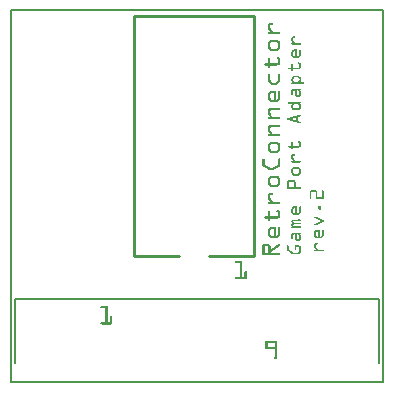
<source format=gto>
G04 MADE WITH FRITZING*
G04 WWW.FRITZING.ORG*
G04 DOUBLE SIDED*
G04 HOLES PLATED*
G04 CONTOUR ON CENTER OF CONTOUR VECTOR*
%ASAXBY*%
%FSLAX23Y23*%
%MOIN*%
%OFA0B0*%
%SFA1.0B1.0*%
%ADD10R,1.251190X1.248050X1.235190X1.232050*%
%ADD11C,0.008000*%
%ADD12C,0.010000*%
%ADD13R,0.001000X0.001000*%
%LNSILK1*%
G90*
G70*
G54D11*
X4Y1244D02*
X1247Y1244D01*
X1247Y4D01*
X4Y4D01*
X4Y1244D01*
D02*
X1232Y281D02*
X1232Y70D01*
D02*
X19Y281D02*
X19Y70D01*
D02*
X1232Y281D02*
X19Y281D01*
G54D12*
D02*
X817Y426D02*
X817Y1226D01*
D02*
X817Y1226D02*
X417Y1226D01*
D02*
X417Y1226D02*
X417Y426D01*
D02*
X817Y426D02*
X667Y426D01*
D02*
X567Y426D02*
X417Y426D01*
G54D13*
X869Y1202D02*
X876Y1202D01*
X867Y1201D02*
X877Y1201D01*
X866Y1200D02*
X877Y1200D01*
X865Y1199D02*
X878Y1199D01*
X864Y1198D02*
X877Y1198D01*
X863Y1197D02*
X877Y1197D01*
X863Y1196D02*
X876Y1196D01*
X862Y1195D02*
X872Y1195D01*
X862Y1194D02*
X869Y1194D01*
X862Y1193D02*
X869Y1193D01*
X862Y1192D02*
X868Y1192D01*
X862Y1191D02*
X868Y1191D01*
X862Y1190D02*
X868Y1190D01*
X862Y1189D02*
X868Y1189D01*
X862Y1188D02*
X868Y1188D01*
X862Y1187D02*
X868Y1187D01*
X862Y1186D02*
X869Y1186D01*
X862Y1185D02*
X869Y1185D01*
X862Y1184D02*
X870Y1184D01*
X862Y1183D02*
X871Y1183D01*
X863Y1182D02*
X872Y1182D01*
X864Y1181D02*
X872Y1181D01*
X864Y1180D02*
X873Y1180D01*
X865Y1179D02*
X874Y1179D01*
X866Y1178D02*
X875Y1178D01*
X867Y1177D02*
X876Y1177D01*
X868Y1176D02*
X877Y1176D01*
X868Y1175D02*
X877Y1175D01*
X869Y1174D02*
X878Y1174D01*
X865Y1173D02*
X900Y1173D01*
X863Y1172D02*
X902Y1172D01*
X862Y1171D02*
X903Y1171D01*
X862Y1170D02*
X903Y1170D01*
X862Y1169D02*
X903Y1169D01*
X862Y1168D02*
X903Y1168D01*
X863Y1167D02*
X902Y1167D01*
X864Y1166D02*
X901Y1166D01*
X945Y1157D02*
X951Y1157D01*
X943Y1156D02*
X951Y1156D01*
X942Y1155D02*
X952Y1155D01*
X941Y1154D02*
X952Y1154D01*
X941Y1153D02*
X951Y1153D01*
X940Y1152D02*
X949Y1152D01*
X940Y1151D02*
X945Y1151D01*
X940Y1150D02*
X945Y1150D01*
X940Y1149D02*
X945Y1149D01*
X940Y1148D02*
X945Y1148D01*
X940Y1147D02*
X945Y1147D01*
X940Y1146D02*
X945Y1146D01*
X870Y1145D02*
X894Y1145D01*
X940Y1145D02*
X945Y1145D01*
X869Y1144D02*
X896Y1144D01*
X940Y1144D02*
X945Y1144D01*
X868Y1143D02*
X897Y1143D01*
X940Y1143D02*
X946Y1143D01*
X867Y1142D02*
X898Y1142D01*
X941Y1142D02*
X947Y1142D01*
X866Y1141D02*
X899Y1141D01*
X941Y1141D02*
X948Y1141D01*
X865Y1140D02*
X900Y1140D01*
X942Y1140D02*
X949Y1140D01*
X864Y1139D02*
X901Y1139D01*
X943Y1139D02*
X949Y1139D01*
X864Y1138D02*
X873Y1138D01*
X892Y1138D02*
X901Y1138D01*
X944Y1138D02*
X950Y1138D01*
X863Y1137D02*
X872Y1137D01*
X893Y1137D02*
X902Y1137D01*
X944Y1137D02*
X951Y1137D01*
X863Y1136D02*
X871Y1136D01*
X894Y1136D02*
X902Y1136D01*
X945Y1136D02*
X952Y1136D01*
X862Y1135D02*
X870Y1135D01*
X895Y1135D02*
X903Y1135D01*
X943Y1135D02*
X968Y1135D01*
X862Y1134D02*
X869Y1134D01*
X896Y1134D02*
X903Y1134D01*
X940Y1134D02*
X971Y1134D01*
X862Y1133D02*
X869Y1133D01*
X896Y1133D02*
X903Y1133D01*
X940Y1133D02*
X971Y1133D01*
X862Y1132D02*
X868Y1132D01*
X896Y1132D02*
X903Y1132D01*
X940Y1132D02*
X971Y1132D01*
X862Y1131D02*
X868Y1131D01*
X897Y1131D02*
X903Y1131D01*
X940Y1131D02*
X971Y1131D01*
X862Y1130D02*
X868Y1130D01*
X897Y1130D02*
X903Y1130D01*
X941Y1130D02*
X970Y1130D01*
X862Y1129D02*
X868Y1129D01*
X897Y1129D02*
X903Y1129D01*
X862Y1128D02*
X868Y1128D01*
X897Y1128D02*
X903Y1128D01*
X862Y1127D02*
X868Y1127D01*
X897Y1127D02*
X903Y1127D01*
X862Y1126D02*
X868Y1126D01*
X897Y1126D02*
X903Y1126D01*
X862Y1125D02*
X868Y1125D01*
X897Y1125D02*
X903Y1125D01*
X862Y1124D02*
X868Y1124D01*
X897Y1124D02*
X903Y1124D01*
X862Y1123D02*
X868Y1123D01*
X897Y1123D02*
X903Y1123D01*
X862Y1122D02*
X869Y1122D01*
X896Y1122D02*
X903Y1122D01*
X862Y1121D02*
X869Y1121D01*
X896Y1121D02*
X903Y1121D01*
X862Y1120D02*
X870Y1120D01*
X895Y1120D02*
X903Y1120D01*
X863Y1119D02*
X871Y1119D01*
X894Y1119D02*
X902Y1119D01*
X863Y1118D02*
X872Y1118D01*
X893Y1118D02*
X902Y1118D01*
X864Y1117D02*
X873Y1117D01*
X892Y1117D02*
X901Y1117D01*
X864Y1116D02*
X901Y1116D01*
X865Y1115D02*
X900Y1115D01*
X866Y1114D02*
X899Y1114D01*
X949Y1114D02*
X957Y1114D01*
X969Y1114D02*
X969Y1114D01*
X867Y1113D02*
X898Y1113D01*
X946Y1113D02*
X959Y1113D01*
X967Y1113D02*
X971Y1113D01*
X868Y1112D02*
X897Y1112D01*
X945Y1112D02*
X959Y1112D01*
X967Y1112D02*
X971Y1112D01*
X869Y1111D02*
X896Y1111D01*
X944Y1111D02*
X959Y1111D01*
X967Y1111D02*
X971Y1111D01*
X870Y1110D02*
X895Y1110D01*
X943Y1110D02*
X959Y1110D01*
X967Y1110D02*
X971Y1110D01*
X875Y1109D02*
X890Y1109D01*
X942Y1109D02*
X959Y1109D01*
X967Y1109D02*
X971Y1109D01*
X941Y1108D02*
X948Y1108D01*
X954Y1108D02*
X959Y1108D01*
X967Y1108D02*
X971Y1108D01*
X941Y1107D02*
X947Y1107D01*
X954Y1107D02*
X959Y1107D01*
X967Y1107D02*
X971Y1107D01*
X940Y1106D02*
X946Y1106D01*
X954Y1106D02*
X959Y1106D01*
X967Y1106D02*
X971Y1106D01*
X940Y1105D02*
X945Y1105D01*
X954Y1105D02*
X959Y1105D01*
X967Y1105D02*
X971Y1105D01*
X940Y1104D02*
X945Y1104D01*
X954Y1104D02*
X959Y1104D01*
X967Y1104D02*
X971Y1104D01*
X940Y1103D02*
X945Y1103D01*
X954Y1103D02*
X959Y1103D01*
X967Y1103D02*
X971Y1103D01*
X940Y1102D02*
X945Y1102D01*
X954Y1102D02*
X959Y1102D01*
X967Y1102D02*
X971Y1102D01*
X940Y1101D02*
X945Y1101D01*
X954Y1101D02*
X959Y1101D01*
X967Y1101D02*
X971Y1101D01*
X940Y1100D02*
X945Y1100D01*
X954Y1100D02*
X959Y1100D01*
X967Y1100D02*
X971Y1100D01*
X940Y1099D02*
X945Y1099D01*
X954Y1099D02*
X959Y1099D01*
X967Y1099D02*
X971Y1099D01*
X940Y1098D02*
X945Y1098D01*
X954Y1098D02*
X959Y1098D01*
X967Y1098D02*
X971Y1098D01*
X940Y1097D02*
X945Y1097D01*
X954Y1097D02*
X959Y1097D01*
X967Y1097D02*
X971Y1097D01*
X940Y1096D02*
X945Y1096D01*
X954Y1096D02*
X959Y1096D01*
X966Y1096D02*
X971Y1096D01*
X940Y1095D02*
X945Y1095D01*
X954Y1095D02*
X959Y1095D01*
X966Y1095D02*
X971Y1095D01*
X940Y1094D02*
X946Y1094D01*
X954Y1094D02*
X959Y1094D01*
X966Y1094D02*
X971Y1094D01*
X940Y1093D02*
X946Y1093D01*
X954Y1093D02*
X959Y1093D01*
X965Y1093D02*
X971Y1093D01*
X941Y1092D02*
X947Y1092D01*
X954Y1092D02*
X959Y1092D01*
X963Y1092D02*
X970Y1092D01*
X942Y1091D02*
X970Y1091D01*
X943Y1090D02*
X969Y1090D01*
X893Y1089D02*
X895Y1089D01*
X943Y1089D02*
X968Y1089D01*
X891Y1088D02*
X897Y1088D01*
X944Y1088D02*
X967Y1088D01*
X891Y1087D02*
X899Y1087D01*
X946Y1087D02*
X966Y1087D01*
X890Y1086D02*
X900Y1086D01*
X948Y1086D02*
X964Y1086D01*
X864Y1085D02*
X866Y1085D01*
X890Y1085D02*
X901Y1085D01*
X863Y1084D02*
X867Y1084D01*
X891Y1084D02*
X902Y1084D01*
X862Y1083D02*
X868Y1083D01*
X891Y1083D02*
X902Y1083D01*
X862Y1082D02*
X868Y1082D01*
X892Y1082D02*
X902Y1082D01*
X862Y1081D02*
X868Y1081D01*
X895Y1081D02*
X903Y1081D01*
X862Y1080D02*
X868Y1080D01*
X896Y1080D02*
X903Y1080D01*
X862Y1079D02*
X868Y1079D01*
X896Y1079D02*
X903Y1079D01*
X862Y1078D02*
X868Y1078D01*
X897Y1078D02*
X903Y1078D01*
X862Y1077D02*
X868Y1077D01*
X897Y1077D02*
X903Y1077D01*
X862Y1076D02*
X868Y1076D01*
X897Y1076D02*
X903Y1076D01*
X862Y1075D02*
X868Y1075D01*
X897Y1075D02*
X903Y1075D01*
X862Y1074D02*
X868Y1074D01*
X897Y1074D02*
X903Y1074D01*
X862Y1073D02*
X868Y1073D01*
X897Y1073D02*
X903Y1073D01*
X862Y1072D02*
X868Y1072D01*
X897Y1072D02*
X903Y1072D01*
X862Y1071D02*
X868Y1071D01*
X897Y1071D02*
X903Y1071D01*
X862Y1070D02*
X868Y1070D01*
X896Y1070D02*
X903Y1070D01*
X963Y1070D02*
X966Y1070D01*
X862Y1069D02*
X868Y1069D01*
X896Y1069D02*
X903Y1069D01*
X962Y1069D02*
X968Y1069D01*
X862Y1068D02*
X868Y1068D01*
X895Y1068D02*
X903Y1068D01*
X962Y1068D02*
X969Y1068D01*
X851Y1067D02*
X902Y1067D01*
X941Y1067D02*
X943Y1067D01*
X962Y1067D02*
X970Y1067D01*
X850Y1066D02*
X902Y1066D01*
X940Y1066D02*
X944Y1066D01*
X962Y1066D02*
X970Y1066D01*
X849Y1065D02*
X901Y1065D01*
X940Y1065D02*
X944Y1065D01*
X963Y1065D02*
X971Y1065D01*
X849Y1064D02*
X901Y1064D01*
X940Y1064D02*
X945Y1064D01*
X965Y1064D02*
X971Y1064D01*
X849Y1063D02*
X900Y1063D01*
X940Y1063D02*
X945Y1063D01*
X966Y1063D02*
X971Y1063D01*
X849Y1062D02*
X898Y1062D01*
X940Y1062D02*
X945Y1062D01*
X966Y1062D02*
X971Y1062D01*
X850Y1061D02*
X897Y1061D01*
X940Y1061D02*
X945Y1061D01*
X967Y1061D02*
X971Y1061D01*
X853Y1060D02*
X893Y1060D01*
X940Y1060D02*
X945Y1060D01*
X967Y1060D02*
X971Y1060D01*
X862Y1059D02*
X868Y1059D01*
X940Y1059D02*
X945Y1059D01*
X967Y1059D02*
X971Y1059D01*
X862Y1058D02*
X868Y1058D01*
X940Y1058D02*
X945Y1058D01*
X967Y1058D02*
X971Y1058D01*
X862Y1057D02*
X868Y1057D01*
X940Y1057D02*
X945Y1057D01*
X967Y1057D02*
X971Y1057D01*
X862Y1056D02*
X868Y1056D01*
X940Y1056D02*
X945Y1056D01*
X966Y1056D02*
X971Y1056D01*
X862Y1055D02*
X868Y1055D01*
X940Y1055D02*
X945Y1055D01*
X966Y1055D02*
X971Y1055D01*
X862Y1054D02*
X868Y1054D01*
X940Y1054D02*
X945Y1054D01*
X965Y1054D02*
X971Y1054D01*
X863Y1053D02*
X867Y1053D01*
X931Y1053D02*
X971Y1053D01*
X930Y1052D02*
X970Y1052D01*
X930Y1051D02*
X969Y1051D01*
X930Y1050D02*
X968Y1050D01*
X930Y1049D02*
X967Y1049D01*
X933Y1048D02*
X962Y1048D01*
X940Y1047D02*
X945Y1047D01*
X940Y1046D02*
X945Y1046D01*
X940Y1045D02*
X944Y1045D01*
X940Y1044D02*
X944Y1044D01*
X941Y1043D02*
X944Y1043D01*
X864Y1032D02*
X867Y1032D01*
X898Y1032D02*
X901Y1032D01*
X863Y1031D02*
X867Y1031D01*
X898Y1031D02*
X902Y1031D01*
X862Y1030D02*
X868Y1030D01*
X897Y1030D02*
X903Y1030D01*
X862Y1029D02*
X868Y1029D01*
X897Y1029D02*
X903Y1029D01*
X862Y1028D02*
X868Y1028D01*
X897Y1028D02*
X903Y1028D01*
X862Y1027D02*
X868Y1027D01*
X897Y1027D02*
X903Y1027D01*
X862Y1026D02*
X868Y1026D01*
X897Y1026D02*
X903Y1026D01*
X948Y1026D02*
X964Y1026D01*
X862Y1025D02*
X868Y1025D01*
X897Y1025D02*
X903Y1025D01*
X947Y1025D02*
X966Y1025D01*
X862Y1024D02*
X868Y1024D01*
X897Y1024D02*
X903Y1024D01*
X946Y1024D02*
X966Y1024D01*
X862Y1023D02*
X868Y1023D01*
X897Y1023D02*
X903Y1023D01*
X945Y1023D02*
X967Y1023D01*
X862Y1022D02*
X868Y1022D01*
X897Y1022D02*
X903Y1022D01*
X944Y1022D02*
X968Y1022D01*
X862Y1021D02*
X868Y1021D01*
X897Y1021D02*
X903Y1021D01*
X943Y1021D02*
X951Y1021D01*
X961Y1021D02*
X969Y1021D01*
X862Y1020D02*
X868Y1020D01*
X897Y1020D02*
X903Y1020D01*
X943Y1020D02*
X949Y1020D01*
X963Y1020D02*
X970Y1020D01*
X862Y1019D02*
X868Y1019D01*
X897Y1019D02*
X903Y1019D01*
X942Y1019D02*
X948Y1019D01*
X964Y1019D02*
X971Y1019D01*
X862Y1018D02*
X868Y1018D01*
X897Y1018D02*
X903Y1018D01*
X941Y1018D02*
X948Y1018D01*
X965Y1018D02*
X971Y1018D01*
X862Y1017D02*
X868Y1017D01*
X897Y1017D02*
X903Y1017D01*
X941Y1017D02*
X947Y1017D01*
X965Y1017D02*
X972Y1017D01*
X862Y1016D02*
X868Y1016D01*
X897Y1016D02*
X903Y1016D01*
X940Y1016D02*
X946Y1016D01*
X966Y1016D02*
X972Y1016D01*
X862Y1015D02*
X868Y1015D01*
X897Y1015D02*
X903Y1015D01*
X940Y1015D02*
X945Y1015D01*
X967Y1015D02*
X973Y1015D01*
X862Y1014D02*
X868Y1014D01*
X897Y1014D02*
X903Y1014D01*
X940Y1014D02*
X945Y1014D01*
X968Y1014D02*
X973Y1014D01*
X862Y1013D02*
X868Y1013D01*
X896Y1013D02*
X903Y1013D01*
X940Y1013D02*
X945Y1013D01*
X968Y1013D02*
X973Y1013D01*
X862Y1012D02*
X869Y1012D01*
X896Y1012D02*
X903Y1012D01*
X940Y1012D02*
X945Y1012D01*
X968Y1012D02*
X973Y1012D01*
X862Y1011D02*
X869Y1011D01*
X896Y1011D02*
X903Y1011D01*
X940Y1011D02*
X945Y1011D01*
X967Y1011D02*
X973Y1011D01*
X862Y1010D02*
X870Y1010D01*
X895Y1010D02*
X903Y1010D01*
X940Y1010D02*
X946Y1010D01*
X967Y1010D02*
X972Y1010D01*
X863Y1009D02*
X871Y1009D01*
X894Y1009D02*
X902Y1009D01*
X940Y1009D02*
X947Y1009D01*
X966Y1009D02*
X972Y1009D01*
X863Y1008D02*
X872Y1008D01*
X893Y1008D02*
X902Y1008D01*
X941Y1008D02*
X948Y1008D01*
X965Y1008D02*
X972Y1008D01*
X864Y1007D02*
X873Y1007D01*
X892Y1007D02*
X901Y1007D01*
X942Y1007D02*
X949Y1007D01*
X964Y1007D02*
X971Y1007D01*
X864Y1006D02*
X873Y1006D01*
X892Y1006D02*
X900Y1006D01*
X943Y1006D02*
X950Y1006D01*
X963Y1006D02*
X970Y1006D01*
X865Y1005D02*
X874Y1005D01*
X891Y1005D02*
X900Y1005D01*
X944Y1005D02*
X951Y1005D01*
X962Y1005D02*
X969Y1005D01*
X866Y1004D02*
X875Y1004D01*
X890Y1004D02*
X899Y1004D01*
X942Y1004D02*
X982Y1004D01*
X867Y1003D02*
X898Y1003D01*
X940Y1003D02*
X983Y1003D01*
X868Y1002D02*
X897Y1002D01*
X940Y1002D02*
X984Y1002D01*
X869Y1001D02*
X896Y1001D01*
X940Y1001D02*
X984Y1001D01*
X869Y1000D02*
X896Y1000D01*
X940Y1000D02*
X983Y1000D01*
X870Y999D02*
X895Y999D01*
X941Y999D02*
X982Y999D01*
X871Y998D02*
X894Y998D01*
X873Y997D02*
X892Y997D01*
X875Y996D02*
X890Y996D01*
X960Y983D02*
X970Y983D01*
X945Y982D02*
X971Y982D01*
X943Y981D02*
X971Y981D01*
X942Y980D02*
X971Y980D01*
X941Y979D02*
X971Y979D01*
X941Y978D02*
X970Y978D01*
X940Y977D02*
X959Y977D01*
X963Y977D02*
X969Y977D01*
X940Y976D02*
X946Y976D01*
X952Y976D02*
X957Y976D01*
X964Y976D02*
X969Y976D01*
X871Y975D02*
X886Y975D01*
X898Y975D02*
X902Y975D01*
X940Y975D02*
X945Y975D01*
X952Y975D02*
X957Y975D01*
X964Y975D02*
X970Y975D01*
X869Y974D02*
X887Y974D01*
X897Y974D02*
X903Y974D01*
X940Y974D02*
X945Y974D01*
X952Y974D02*
X957Y974D01*
X965Y974D02*
X970Y974D01*
X868Y973D02*
X887Y973D01*
X897Y973D02*
X903Y973D01*
X940Y973D02*
X945Y973D01*
X952Y973D02*
X957Y973D01*
X965Y973D02*
X971Y973D01*
X867Y972D02*
X887Y972D01*
X897Y972D02*
X903Y972D01*
X940Y972D02*
X945Y972D01*
X952Y972D02*
X957Y972D01*
X966Y972D02*
X971Y972D01*
X866Y971D02*
X887Y971D01*
X897Y971D02*
X903Y971D01*
X940Y971D02*
X945Y971D01*
X952Y971D02*
X957Y971D01*
X966Y971D02*
X971Y971D01*
X865Y970D02*
X887Y970D01*
X897Y970D02*
X903Y970D01*
X940Y970D02*
X945Y970D01*
X952Y970D02*
X957Y970D01*
X967Y970D02*
X971Y970D01*
X865Y969D02*
X887Y969D01*
X897Y969D02*
X903Y969D01*
X940Y969D02*
X945Y969D01*
X952Y969D02*
X957Y969D01*
X967Y969D02*
X971Y969D01*
X864Y968D02*
X873Y968D01*
X881Y968D02*
X887Y968D01*
X897Y968D02*
X903Y968D01*
X940Y968D02*
X945Y968D01*
X952Y968D02*
X957Y968D01*
X967Y968D02*
X971Y968D01*
X863Y967D02*
X871Y967D01*
X881Y967D02*
X887Y967D01*
X897Y967D02*
X903Y967D01*
X940Y967D02*
X945Y967D01*
X952Y967D02*
X957Y967D01*
X967Y967D02*
X971Y967D01*
X863Y966D02*
X871Y966D01*
X881Y966D02*
X887Y966D01*
X897Y966D02*
X903Y966D01*
X940Y966D02*
X945Y966D01*
X952Y966D02*
X957Y966D01*
X967Y966D02*
X971Y966D01*
X862Y965D02*
X870Y965D01*
X881Y965D02*
X887Y965D01*
X897Y965D02*
X903Y965D01*
X940Y965D02*
X945Y965D01*
X952Y965D02*
X957Y965D01*
X967Y965D02*
X971Y965D01*
X862Y964D02*
X869Y964D01*
X881Y964D02*
X887Y964D01*
X897Y964D02*
X903Y964D01*
X940Y964D02*
X945Y964D01*
X952Y964D02*
X957Y964D01*
X967Y964D02*
X971Y964D01*
X862Y963D02*
X869Y963D01*
X881Y963D02*
X887Y963D01*
X897Y963D02*
X903Y963D01*
X940Y963D02*
X944Y963D01*
X952Y963D02*
X957Y963D01*
X966Y963D02*
X971Y963D01*
X862Y962D02*
X868Y962D01*
X881Y962D02*
X887Y962D01*
X897Y962D02*
X903Y962D01*
X940Y962D02*
X944Y962D01*
X952Y962D02*
X957Y962D01*
X966Y962D02*
X971Y962D01*
X862Y961D02*
X868Y961D01*
X881Y961D02*
X887Y961D01*
X897Y961D02*
X903Y961D01*
X941Y961D02*
X943Y961D01*
X952Y961D02*
X958Y961D01*
X965Y961D02*
X971Y961D01*
X862Y960D02*
X868Y960D01*
X881Y960D02*
X887Y960D01*
X897Y960D02*
X903Y960D01*
X953Y960D02*
X971Y960D01*
X862Y959D02*
X868Y959D01*
X881Y959D02*
X887Y959D01*
X897Y959D02*
X903Y959D01*
X953Y959D02*
X970Y959D01*
X862Y958D02*
X868Y958D01*
X881Y958D02*
X887Y958D01*
X897Y958D02*
X903Y958D01*
X954Y958D02*
X969Y958D01*
X862Y957D02*
X868Y957D01*
X881Y957D02*
X887Y957D01*
X897Y957D02*
X903Y957D01*
X955Y957D02*
X968Y957D01*
X862Y956D02*
X868Y956D01*
X881Y956D02*
X887Y956D01*
X897Y956D02*
X903Y956D01*
X956Y956D02*
X967Y956D01*
X862Y955D02*
X868Y955D01*
X881Y955D02*
X887Y955D01*
X897Y955D02*
X903Y955D01*
X959Y955D02*
X964Y955D01*
X862Y954D02*
X868Y954D01*
X881Y954D02*
X887Y954D01*
X897Y954D02*
X903Y954D01*
X862Y953D02*
X868Y953D01*
X881Y953D02*
X887Y953D01*
X896Y953D02*
X903Y953D01*
X862Y952D02*
X869Y952D01*
X881Y952D02*
X887Y952D01*
X896Y952D02*
X903Y952D01*
X862Y951D02*
X869Y951D01*
X881Y951D02*
X887Y951D01*
X896Y951D02*
X903Y951D01*
X862Y950D02*
X870Y950D01*
X881Y950D02*
X887Y950D01*
X896Y950D02*
X903Y950D01*
X862Y949D02*
X870Y949D01*
X881Y949D02*
X887Y949D01*
X895Y949D02*
X903Y949D01*
X863Y948D02*
X871Y948D01*
X881Y948D02*
X887Y948D01*
X894Y948D02*
X903Y948D01*
X864Y947D02*
X872Y947D01*
X881Y947D02*
X887Y947D01*
X892Y947D02*
X902Y947D01*
X864Y946D02*
X901Y946D01*
X865Y945D02*
X900Y945D01*
X866Y944D02*
X899Y944D01*
X867Y943D02*
X899Y943D01*
X868Y942D02*
X898Y942D01*
X869Y941D02*
X897Y941D01*
X870Y940D02*
X895Y940D01*
X874Y939D02*
X892Y939D01*
X929Y939D02*
X970Y939D01*
X928Y938D02*
X971Y938D01*
X928Y937D02*
X971Y937D01*
X928Y936D02*
X971Y936D01*
X928Y935D02*
X971Y935D01*
X930Y934D02*
X969Y934D01*
X943Y933D02*
X950Y933D01*
X961Y933D02*
X968Y933D01*
X942Y932D02*
X949Y932D01*
X962Y932D02*
X969Y932D01*
X941Y931D02*
X948Y931D01*
X963Y931D02*
X970Y931D01*
X941Y930D02*
X947Y930D01*
X964Y930D02*
X970Y930D01*
X940Y929D02*
X946Y929D01*
X965Y929D02*
X971Y929D01*
X940Y928D02*
X945Y928D01*
X966Y928D02*
X971Y928D01*
X940Y927D02*
X945Y927D01*
X966Y927D02*
X971Y927D01*
X940Y926D02*
X945Y926D01*
X967Y926D02*
X971Y926D01*
X940Y925D02*
X945Y925D01*
X967Y925D02*
X971Y925D01*
X940Y924D02*
X945Y924D01*
X967Y924D02*
X971Y924D01*
X940Y923D02*
X945Y923D01*
X967Y923D02*
X971Y923D01*
X940Y922D02*
X945Y922D01*
X967Y922D02*
X971Y922D01*
X940Y921D02*
X945Y921D01*
X966Y921D02*
X971Y921D01*
X940Y920D02*
X945Y920D01*
X966Y920D02*
X971Y920D01*
X893Y919D02*
X900Y919D01*
X940Y919D02*
X946Y919D01*
X965Y919D02*
X971Y919D01*
X870Y918D02*
X902Y918D01*
X941Y918D02*
X947Y918D01*
X964Y918D02*
X970Y918D01*
X867Y917D02*
X903Y917D01*
X941Y917D02*
X970Y917D01*
X866Y916D02*
X903Y916D01*
X942Y916D02*
X969Y916D01*
X865Y915D02*
X903Y915D01*
X943Y915D02*
X968Y915D01*
X864Y914D02*
X903Y914D01*
X944Y914D02*
X967Y914D01*
X863Y913D02*
X902Y913D01*
X945Y913D02*
X966Y913D01*
X863Y912D02*
X900Y912D01*
X946Y912D02*
X965Y912D01*
X862Y911D02*
X877Y911D01*
X862Y910D02*
X870Y910D01*
X862Y909D02*
X869Y909D01*
X862Y908D02*
X869Y908D01*
X862Y907D02*
X868Y907D01*
X862Y906D02*
X868Y906D01*
X862Y905D02*
X868Y905D01*
X862Y904D02*
X868Y904D01*
X862Y903D02*
X868Y903D01*
X862Y902D02*
X869Y902D01*
X862Y901D02*
X869Y901D01*
X862Y900D02*
X870Y900D01*
X863Y899D02*
X870Y899D01*
X863Y898D02*
X871Y898D01*
X864Y897D02*
X871Y897D01*
X864Y896D02*
X872Y896D01*
X967Y896D02*
X970Y896D01*
X865Y895D02*
X873Y895D01*
X963Y895D02*
X971Y895D01*
X866Y894D02*
X873Y894D01*
X960Y894D02*
X971Y894D01*
X866Y893D02*
X874Y893D01*
X956Y893D02*
X971Y893D01*
X867Y892D02*
X875Y892D01*
X953Y892D02*
X971Y892D01*
X867Y891D02*
X875Y891D01*
X949Y891D02*
X969Y891D01*
X868Y890D02*
X876Y890D01*
X946Y890D02*
X967Y890D01*
X863Y889D02*
X902Y889D01*
X942Y889D02*
X963Y889D01*
X862Y888D02*
X903Y888D01*
X939Y888D02*
X961Y888D01*
X862Y887D02*
X903Y887D01*
X935Y887D02*
X961Y887D01*
X862Y886D02*
X903Y886D01*
X932Y886D02*
X953Y886D01*
X956Y886D02*
X961Y886D01*
X862Y885D02*
X903Y885D01*
X928Y885D02*
X949Y885D01*
X956Y885D02*
X961Y885D01*
X862Y884D02*
X903Y884D01*
X926Y884D02*
X946Y884D01*
X956Y884D02*
X961Y884D01*
X863Y883D02*
X902Y883D01*
X926Y883D02*
X942Y883D01*
X956Y883D02*
X961Y883D01*
X925Y882D02*
X939Y882D01*
X956Y882D02*
X961Y882D01*
X925Y881D02*
X942Y881D01*
X956Y881D02*
X961Y881D01*
X926Y880D02*
X945Y880D01*
X956Y880D02*
X961Y880D01*
X928Y879D02*
X948Y879D01*
X956Y879D02*
X961Y879D01*
X931Y878D02*
X952Y878D01*
X956Y878D02*
X961Y878D01*
X935Y877D02*
X961Y877D01*
X938Y876D02*
X961Y876D01*
X942Y875D02*
X962Y875D01*
X945Y874D02*
X966Y874D01*
X948Y873D02*
X969Y873D01*
X952Y872D02*
X970Y872D01*
X955Y871D02*
X971Y871D01*
X959Y870D02*
X971Y870D01*
X962Y869D02*
X971Y869D01*
X966Y868D02*
X971Y868D01*
X969Y867D02*
X969Y867D01*
X884Y862D02*
X901Y862D01*
X869Y861D02*
X902Y861D01*
X866Y860D02*
X903Y860D01*
X865Y859D02*
X903Y859D01*
X864Y858D02*
X903Y858D01*
X864Y857D02*
X903Y857D01*
X863Y856D02*
X902Y856D01*
X862Y855D02*
X898Y855D01*
X862Y854D02*
X872Y854D01*
X862Y853D02*
X869Y853D01*
X862Y852D02*
X869Y852D01*
X862Y851D02*
X868Y851D01*
X862Y850D02*
X868Y850D01*
X862Y849D02*
X868Y849D01*
X862Y848D02*
X868Y848D01*
X862Y847D02*
X868Y847D01*
X862Y846D02*
X868Y846D01*
X862Y845D02*
X869Y845D01*
X862Y844D02*
X869Y844D01*
X862Y843D02*
X870Y843D01*
X863Y842D02*
X870Y842D01*
X863Y841D02*
X871Y841D01*
X864Y840D02*
X872Y840D01*
X864Y839D02*
X872Y839D01*
X865Y838D02*
X873Y838D01*
X866Y837D02*
X874Y837D01*
X866Y836D02*
X874Y836D01*
X867Y835D02*
X875Y835D01*
X868Y834D02*
X875Y834D01*
X866Y833D02*
X899Y833D01*
X863Y832D02*
X902Y832D01*
X862Y831D02*
X903Y831D01*
X862Y830D02*
X903Y830D01*
X862Y829D02*
X903Y829D01*
X862Y828D02*
X903Y828D01*
X863Y827D02*
X902Y827D01*
X864Y826D02*
X901Y826D01*
X963Y808D02*
X967Y808D01*
X962Y807D02*
X968Y807D01*
X962Y806D02*
X969Y806D01*
X871Y805D02*
X894Y805D01*
X941Y805D02*
X944Y805D01*
X962Y805D02*
X970Y805D01*
X869Y804D02*
X896Y804D01*
X940Y804D02*
X944Y804D01*
X962Y804D02*
X970Y804D01*
X868Y803D02*
X897Y803D01*
X940Y803D02*
X944Y803D01*
X964Y803D02*
X971Y803D01*
X867Y802D02*
X898Y802D01*
X940Y802D02*
X945Y802D01*
X966Y802D02*
X971Y802D01*
X866Y801D02*
X899Y801D01*
X940Y801D02*
X945Y801D01*
X966Y801D02*
X971Y801D01*
X865Y800D02*
X900Y800D01*
X940Y800D02*
X945Y800D01*
X967Y800D02*
X971Y800D01*
X864Y799D02*
X901Y799D01*
X940Y799D02*
X945Y799D01*
X967Y799D02*
X971Y799D01*
X864Y798D02*
X873Y798D01*
X891Y798D02*
X901Y798D01*
X940Y798D02*
X945Y798D01*
X967Y798D02*
X971Y798D01*
X863Y797D02*
X872Y797D01*
X893Y797D02*
X902Y797D01*
X940Y797D02*
X945Y797D01*
X967Y797D02*
X971Y797D01*
X863Y796D02*
X871Y796D01*
X894Y796D02*
X902Y796D01*
X940Y796D02*
X945Y796D01*
X967Y796D02*
X971Y796D01*
X862Y795D02*
X870Y795D01*
X895Y795D02*
X903Y795D01*
X940Y795D02*
X945Y795D01*
X967Y795D02*
X971Y795D01*
X862Y794D02*
X869Y794D01*
X896Y794D02*
X903Y794D01*
X940Y794D02*
X945Y794D01*
X966Y794D02*
X971Y794D01*
X862Y793D02*
X869Y793D01*
X896Y793D02*
X903Y793D01*
X940Y793D02*
X945Y793D01*
X966Y793D02*
X971Y793D01*
X862Y792D02*
X868Y792D01*
X896Y792D02*
X903Y792D01*
X933Y792D02*
X971Y792D01*
X862Y791D02*
X868Y791D01*
X897Y791D02*
X903Y791D01*
X931Y791D02*
X970Y791D01*
X862Y790D02*
X868Y790D01*
X897Y790D02*
X903Y790D01*
X930Y790D02*
X970Y790D01*
X862Y789D02*
X868Y789D01*
X897Y789D02*
X903Y789D01*
X930Y789D02*
X969Y789D01*
X862Y788D02*
X868Y788D01*
X897Y788D02*
X903Y788D01*
X930Y788D02*
X968Y788D01*
X862Y787D02*
X868Y787D01*
X897Y787D02*
X903Y787D01*
X931Y787D02*
X966Y787D01*
X862Y786D02*
X868Y786D01*
X897Y786D02*
X903Y786D01*
X940Y786D02*
X945Y786D01*
X862Y785D02*
X868Y785D01*
X897Y785D02*
X903Y785D01*
X940Y785D02*
X945Y785D01*
X862Y784D02*
X868Y784D01*
X897Y784D02*
X903Y784D01*
X940Y784D02*
X945Y784D01*
X862Y783D02*
X868Y783D01*
X897Y783D02*
X903Y783D01*
X940Y783D02*
X944Y783D01*
X862Y782D02*
X869Y782D01*
X896Y782D02*
X903Y782D01*
X940Y782D02*
X944Y782D01*
X862Y781D02*
X869Y781D01*
X896Y781D02*
X903Y781D01*
X941Y781D02*
X943Y781D01*
X862Y780D02*
X870Y780D01*
X895Y780D02*
X903Y780D01*
X863Y779D02*
X871Y779D01*
X894Y779D02*
X902Y779D01*
X863Y778D02*
X872Y778D01*
X893Y778D02*
X902Y778D01*
X864Y777D02*
X873Y777D01*
X892Y777D02*
X901Y777D01*
X864Y776D02*
X901Y776D01*
X865Y775D02*
X900Y775D01*
X866Y774D02*
X899Y774D01*
X867Y773D02*
X898Y773D01*
X867Y772D02*
X897Y772D01*
X868Y771D02*
X896Y771D01*
X870Y770D02*
X895Y770D01*
X873Y769D02*
X892Y769D01*
X946Y765D02*
X950Y765D01*
X944Y764D02*
X951Y764D01*
X942Y763D02*
X952Y763D01*
X942Y762D02*
X952Y762D01*
X941Y761D02*
X951Y761D01*
X940Y760D02*
X950Y760D01*
X940Y759D02*
X946Y759D01*
X940Y758D02*
X945Y758D01*
X940Y757D02*
X945Y757D01*
X940Y756D02*
X945Y756D01*
X940Y755D02*
X945Y755D01*
X940Y754D02*
X945Y754D01*
X940Y753D02*
X945Y753D01*
X940Y752D02*
X945Y752D01*
X940Y751D02*
X946Y751D01*
X900Y750D02*
X900Y750D01*
X940Y750D02*
X947Y750D01*
X844Y749D02*
X849Y749D01*
X898Y749D02*
X902Y749D01*
X941Y749D02*
X947Y749D01*
X843Y748D02*
X849Y748D01*
X897Y748D02*
X903Y748D01*
X942Y748D02*
X948Y748D01*
X843Y747D02*
X850Y747D01*
X896Y747D02*
X903Y747D01*
X942Y747D02*
X949Y747D01*
X843Y746D02*
X850Y746D01*
X896Y746D02*
X903Y746D01*
X943Y746D02*
X950Y746D01*
X843Y745D02*
X850Y745D01*
X896Y745D02*
X903Y745D01*
X944Y745D02*
X951Y745D01*
X843Y744D02*
X850Y744D01*
X896Y744D02*
X903Y744D01*
X945Y744D02*
X952Y744D01*
X843Y743D02*
X850Y743D01*
X896Y743D02*
X903Y743D01*
X946Y743D02*
X952Y743D01*
X843Y742D02*
X850Y742D01*
X896Y742D02*
X903Y742D01*
X941Y742D02*
X970Y742D01*
X843Y741D02*
X850Y741D01*
X896Y741D02*
X903Y741D01*
X940Y741D02*
X971Y741D01*
X843Y740D02*
X850Y740D01*
X896Y740D02*
X903Y740D01*
X940Y740D02*
X971Y740D01*
X843Y739D02*
X850Y739D01*
X896Y739D02*
X903Y739D01*
X940Y739D02*
X971Y739D01*
X843Y738D02*
X850Y738D01*
X896Y738D02*
X903Y738D01*
X940Y738D02*
X971Y738D01*
X843Y737D02*
X850Y737D01*
X896Y737D02*
X903Y737D01*
X942Y737D02*
X969Y737D01*
X843Y736D02*
X850Y736D01*
X896Y736D02*
X903Y736D01*
X843Y735D02*
X850Y735D01*
X896Y735D02*
X903Y735D01*
X843Y734D02*
X850Y734D01*
X896Y734D02*
X903Y734D01*
X843Y733D02*
X850Y733D01*
X896Y733D02*
X903Y733D01*
X843Y732D02*
X850Y732D01*
X896Y732D02*
X903Y732D01*
X843Y731D02*
X850Y731D01*
X896Y731D02*
X903Y731D01*
X843Y730D02*
X850Y730D01*
X896Y730D02*
X903Y730D01*
X843Y729D02*
X851Y729D01*
X895Y729D02*
X903Y729D01*
X844Y728D02*
X852Y728D01*
X894Y728D02*
X903Y728D01*
X844Y727D02*
X854Y727D01*
X892Y727D02*
X902Y727D01*
X844Y726D02*
X856Y726D01*
X890Y726D02*
X902Y726D01*
X845Y725D02*
X858Y725D01*
X888Y725D02*
X901Y725D01*
X846Y724D02*
X860Y724D01*
X886Y724D02*
X900Y724D01*
X847Y723D02*
X862Y723D01*
X884Y723D02*
X899Y723D01*
X848Y722D02*
X864Y722D01*
X882Y722D02*
X898Y722D01*
X850Y721D02*
X866Y721D01*
X880Y721D02*
X896Y721D01*
X947Y721D02*
X964Y721D01*
X852Y720D02*
X868Y720D01*
X878Y720D02*
X895Y720D01*
X945Y720D02*
X966Y720D01*
X854Y719D02*
X893Y719D01*
X944Y719D02*
X967Y719D01*
X856Y718D02*
X891Y718D01*
X943Y718D02*
X968Y718D01*
X858Y717D02*
X889Y717D01*
X942Y717D02*
X969Y717D01*
X860Y716D02*
X887Y716D01*
X942Y716D02*
X970Y716D01*
X862Y715D02*
X885Y715D01*
X941Y715D02*
X948Y715D01*
X964Y715D02*
X970Y715D01*
X864Y714D02*
X882Y714D01*
X940Y714D02*
X946Y714D01*
X965Y714D02*
X971Y714D01*
X866Y713D02*
X880Y713D01*
X940Y713D02*
X946Y713D01*
X965Y713D02*
X971Y713D01*
X869Y712D02*
X878Y712D01*
X940Y712D02*
X945Y712D01*
X966Y712D02*
X971Y712D01*
X940Y711D02*
X945Y711D01*
X966Y711D02*
X971Y711D01*
X940Y710D02*
X945Y710D01*
X967Y710D02*
X971Y710D01*
X940Y709D02*
X945Y709D01*
X967Y709D02*
X971Y709D01*
X940Y708D02*
X945Y708D01*
X967Y708D02*
X971Y708D01*
X940Y707D02*
X945Y707D01*
X967Y707D02*
X971Y707D01*
X940Y706D02*
X945Y706D01*
X967Y706D02*
X971Y706D01*
X940Y705D02*
X945Y705D01*
X967Y705D02*
X971Y705D01*
X940Y704D02*
X945Y704D01*
X966Y704D02*
X971Y704D01*
X940Y703D02*
X945Y703D01*
X966Y703D02*
X971Y703D01*
X940Y702D02*
X946Y702D01*
X966Y702D02*
X971Y702D01*
X940Y701D02*
X946Y701D01*
X965Y701D02*
X971Y701D01*
X941Y700D02*
X947Y700D01*
X964Y700D02*
X970Y700D01*
X941Y699D02*
X950Y699D01*
X962Y699D02*
X970Y699D01*
X942Y698D02*
X969Y698D01*
X943Y697D02*
X968Y697D01*
X944Y696D02*
X967Y696D01*
X945Y695D02*
X966Y695D01*
X946Y694D02*
X965Y694D01*
X872Y692D02*
X893Y692D01*
X870Y691D02*
X895Y691D01*
X868Y690D02*
X897Y690D01*
X867Y689D02*
X898Y689D01*
X866Y688D02*
X899Y688D01*
X866Y687D02*
X899Y687D01*
X865Y686D02*
X900Y686D01*
X864Y685D02*
X901Y685D01*
X863Y684D02*
X872Y684D01*
X893Y684D02*
X902Y684D01*
X863Y683D02*
X871Y683D01*
X894Y683D02*
X902Y683D01*
X862Y682D02*
X870Y682D01*
X895Y682D02*
X903Y682D01*
X862Y681D02*
X870Y681D01*
X895Y681D02*
X903Y681D01*
X862Y680D02*
X869Y680D01*
X896Y680D02*
X903Y680D01*
X862Y679D02*
X869Y679D01*
X896Y679D02*
X903Y679D01*
X862Y678D02*
X868Y678D01*
X897Y678D02*
X903Y678D01*
X931Y678D02*
X948Y678D01*
X862Y677D02*
X868Y677D01*
X897Y677D02*
X903Y677D01*
X929Y677D02*
X950Y677D01*
X862Y676D02*
X868Y676D01*
X897Y676D02*
X903Y676D01*
X928Y676D02*
X951Y676D01*
X862Y675D02*
X868Y675D01*
X897Y675D02*
X903Y675D01*
X927Y675D02*
X952Y675D01*
X862Y674D02*
X868Y674D01*
X897Y674D02*
X903Y674D01*
X926Y674D02*
X952Y674D01*
X862Y673D02*
X868Y673D01*
X897Y673D02*
X903Y673D01*
X926Y673D02*
X953Y673D01*
X862Y672D02*
X868Y672D01*
X897Y672D02*
X903Y672D01*
X926Y672D02*
X932Y672D01*
X947Y672D02*
X953Y672D01*
X862Y671D02*
X868Y671D01*
X897Y671D02*
X903Y671D01*
X925Y671D02*
X931Y671D01*
X948Y671D02*
X953Y671D01*
X862Y670D02*
X868Y670D01*
X897Y670D02*
X903Y670D01*
X925Y670D02*
X930Y670D01*
X948Y670D02*
X954Y670D01*
X862Y669D02*
X869Y669D01*
X896Y669D02*
X903Y669D01*
X925Y669D02*
X930Y669D01*
X948Y669D02*
X954Y669D01*
X862Y668D02*
X869Y668D01*
X896Y668D02*
X903Y668D01*
X925Y668D02*
X930Y668D01*
X949Y668D02*
X954Y668D01*
X862Y667D02*
X870Y667D01*
X895Y667D02*
X903Y667D01*
X925Y667D02*
X930Y667D01*
X949Y667D02*
X954Y667D01*
X862Y666D02*
X870Y666D01*
X895Y666D02*
X903Y666D01*
X925Y666D02*
X930Y666D01*
X949Y666D02*
X954Y666D01*
X863Y665D02*
X871Y665D01*
X894Y665D02*
X902Y665D01*
X925Y665D02*
X930Y665D01*
X949Y665D02*
X954Y665D01*
X863Y664D02*
X872Y664D01*
X893Y664D02*
X902Y664D01*
X925Y664D02*
X930Y664D01*
X949Y664D02*
X954Y664D01*
X864Y663D02*
X875Y663D01*
X890Y663D02*
X901Y663D01*
X925Y663D02*
X930Y663D01*
X949Y663D02*
X954Y663D01*
X865Y662D02*
X900Y662D01*
X925Y662D02*
X930Y662D01*
X949Y662D02*
X954Y662D01*
X865Y661D02*
X900Y661D01*
X925Y661D02*
X930Y661D01*
X949Y661D02*
X954Y661D01*
X866Y660D02*
X899Y660D01*
X925Y660D02*
X930Y660D01*
X949Y660D02*
X954Y660D01*
X867Y659D02*
X898Y659D01*
X925Y659D02*
X930Y659D01*
X949Y659D02*
X954Y659D01*
X868Y658D02*
X897Y658D01*
X925Y658D02*
X930Y658D01*
X949Y658D02*
X954Y658D01*
X869Y657D02*
X895Y657D01*
X925Y657D02*
X930Y657D01*
X949Y657D02*
X954Y657D01*
X871Y656D02*
X893Y656D01*
X925Y656D02*
X930Y656D01*
X949Y656D02*
X954Y656D01*
X925Y655D02*
X931Y655D01*
X948Y655D02*
X954Y655D01*
X925Y654D02*
X971Y654D01*
X925Y653D02*
X971Y653D01*
X925Y652D02*
X971Y652D01*
X925Y651D02*
X971Y651D01*
X925Y650D02*
X971Y650D01*
X926Y649D02*
X969Y649D01*
X1006Y644D02*
X1021Y644D01*
X1044Y644D02*
X1045Y644D01*
X1003Y643D02*
X1024Y643D01*
X1042Y643D02*
X1046Y643D01*
X1002Y642D02*
X1025Y642D01*
X1042Y642D02*
X1047Y642D01*
X1002Y641D02*
X1026Y641D01*
X1042Y641D02*
X1047Y641D01*
X1001Y640D02*
X1026Y640D01*
X1042Y640D02*
X1047Y640D01*
X1001Y639D02*
X1026Y639D01*
X1042Y639D02*
X1047Y639D01*
X1001Y638D02*
X1006Y638D01*
X1021Y638D02*
X1026Y638D01*
X1042Y638D02*
X1047Y638D01*
X1001Y637D02*
X1006Y637D01*
X1021Y637D02*
X1026Y637D01*
X1042Y637D02*
X1047Y637D01*
X1001Y636D02*
X1006Y636D01*
X1021Y636D02*
X1026Y636D01*
X1042Y636D02*
X1047Y636D01*
X869Y635D02*
X876Y635D01*
X1001Y635D02*
X1006Y635D01*
X1021Y635D02*
X1026Y635D01*
X1042Y635D02*
X1047Y635D01*
X867Y634D02*
X877Y634D01*
X1001Y634D02*
X1006Y634D01*
X1021Y634D02*
X1026Y634D01*
X1042Y634D02*
X1047Y634D01*
X866Y633D02*
X877Y633D01*
X1001Y633D02*
X1006Y633D01*
X1021Y633D02*
X1026Y633D01*
X1042Y633D02*
X1047Y633D01*
X864Y632D02*
X878Y632D01*
X1001Y632D02*
X1006Y632D01*
X1021Y632D02*
X1026Y632D01*
X1042Y632D02*
X1047Y632D01*
X864Y631D02*
X877Y631D01*
X1001Y631D02*
X1006Y631D01*
X1021Y631D02*
X1026Y631D01*
X1042Y631D02*
X1047Y631D01*
X863Y630D02*
X877Y630D01*
X1001Y630D02*
X1006Y630D01*
X1021Y630D02*
X1026Y630D01*
X1042Y630D02*
X1047Y630D01*
X863Y629D02*
X876Y629D01*
X1001Y629D02*
X1006Y629D01*
X1021Y629D02*
X1026Y629D01*
X1042Y629D02*
X1047Y629D01*
X862Y628D02*
X871Y628D01*
X1001Y628D02*
X1006Y628D01*
X1021Y628D02*
X1026Y628D01*
X1042Y628D02*
X1047Y628D01*
X862Y627D02*
X869Y627D01*
X1001Y627D02*
X1006Y627D01*
X1021Y627D02*
X1026Y627D01*
X1042Y627D02*
X1047Y627D01*
X862Y626D02*
X869Y626D01*
X1001Y626D02*
X1006Y626D01*
X1021Y626D02*
X1026Y626D01*
X1042Y626D02*
X1047Y626D01*
X862Y625D02*
X868Y625D01*
X1001Y625D02*
X1006Y625D01*
X1021Y625D02*
X1026Y625D01*
X1042Y625D02*
X1047Y625D01*
X862Y624D02*
X868Y624D01*
X1001Y624D02*
X1006Y624D01*
X1021Y624D02*
X1026Y624D01*
X1042Y624D02*
X1047Y624D01*
X862Y623D02*
X868Y623D01*
X1001Y623D02*
X1006Y623D01*
X1021Y623D02*
X1026Y623D01*
X1042Y623D02*
X1047Y623D01*
X862Y622D02*
X868Y622D01*
X1001Y622D02*
X1006Y622D01*
X1021Y622D02*
X1026Y622D01*
X1042Y622D02*
X1047Y622D01*
X862Y621D02*
X868Y621D01*
X1001Y621D02*
X1006Y621D01*
X1021Y621D02*
X1026Y621D01*
X1042Y621D02*
X1047Y621D01*
X862Y620D02*
X868Y620D01*
X1001Y620D02*
X1006Y620D01*
X1021Y620D02*
X1047Y620D01*
X862Y619D02*
X869Y619D01*
X1001Y619D02*
X1006Y619D01*
X1021Y619D02*
X1047Y619D01*
X862Y618D02*
X869Y618D01*
X1001Y618D02*
X1006Y618D01*
X1022Y618D02*
X1047Y618D01*
X862Y617D02*
X870Y617D01*
X1001Y617D02*
X1006Y617D01*
X1022Y617D02*
X1047Y617D01*
X863Y616D02*
X871Y616D01*
X1001Y616D02*
X1006Y616D01*
X1023Y616D02*
X1047Y616D01*
X863Y615D02*
X872Y615D01*
X1002Y615D02*
X1005Y615D01*
X1024Y615D02*
X1047Y615D01*
X864Y614D02*
X872Y614D01*
X864Y613D02*
X873Y613D01*
X865Y612D02*
X874Y612D01*
X866Y611D02*
X875Y611D01*
X867Y610D02*
X876Y610D01*
X868Y609D02*
X877Y609D01*
X868Y608D02*
X877Y608D01*
X869Y607D02*
X878Y607D01*
X865Y606D02*
X900Y606D01*
X863Y605D02*
X902Y605D01*
X862Y604D02*
X903Y604D01*
X862Y603D02*
X903Y603D01*
X862Y602D02*
X903Y602D01*
X862Y601D02*
X903Y601D01*
X863Y600D02*
X902Y600D01*
X865Y599D02*
X900Y599D01*
X1030Y591D02*
X1038Y591D01*
X947Y590D02*
X958Y590D01*
X968Y590D02*
X970Y590D01*
X1029Y590D02*
X1039Y590D01*
X945Y589D02*
X959Y589D01*
X967Y589D02*
X971Y589D01*
X1029Y589D02*
X1039Y589D01*
X944Y588D02*
X959Y588D01*
X967Y588D02*
X971Y588D01*
X1029Y588D02*
X1039Y588D01*
X943Y587D02*
X959Y587D01*
X967Y587D02*
X971Y587D01*
X1029Y587D02*
X1039Y587D01*
X942Y586D02*
X959Y586D01*
X967Y586D02*
X971Y586D01*
X1029Y586D02*
X1039Y586D01*
X942Y585D02*
X959Y585D01*
X967Y585D02*
X971Y585D01*
X1029Y585D02*
X1039Y585D01*
X941Y584D02*
X947Y584D01*
X954Y584D02*
X959Y584D01*
X967Y584D02*
X971Y584D01*
X1029Y584D02*
X1039Y584D01*
X940Y583D02*
X946Y583D01*
X954Y583D02*
X959Y583D01*
X967Y583D02*
X971Y583D01*
X1029Y583D02*
X1039Y583D01*
X940Y582D02*
X945Y582D01*
X954Y582D02*
X959Y582D01*
X967Y582D02*
X971Y582D01*
X1029Y582D02*
X1039Y582D01*
X940Y581D02*
X945Y581D01*
X954Y581D02*
X959Y581D01*
X967Y581D02*
X971Y581D01*
X1029Y581D02*
X1039Y581D01*
X940Y580D02*
X945Y580D01*
X954Y580D02*
X959Y580D01*
X967Y580D02*
X971Y580D01*
X1031Y580D02*
X1037Y580D01*
X940Y579D02*
X945Y579D01*
X954Y579D02*
X959Y579D01*
X967Y579D02*
X971Y579D01*
X892Y578D02*
X897Y578D01*
X940Y578D02*
X945Y578D01*
X954Y578D02*
X959Y578D01*
X967Y578D02*
X971Y578D01*
X891Y577D02*
X898Y577D01*
X940Y577D02*
X945Y577D01*
X954Y577D02*
X959Y577D01*
X967Y577D02*
X971Y577D01*
X890Y576D02*
X900Y576D01*
X940Y576D02*
X945Y576D01*
X954Y576D02*
X959Y576D01*
X967Y576D02*
X971Y576D01*
X865Y575D02*
X865Y575D01*
X890Y575D02*
X901Y575D01*
X940Y575D02*
X945Y575D01*
X954Y575D02*
X959Y575D01*
X967Y575D02*
X971Y575D01*
X863Y574D02*
X867Y574D01*
X890Y574D02*
X901Y574D01*
X940Y574D02*
X945Y574D01*
X954Y574D02*
X959Y574D01*
X967Y574D02*
X971Y574D01*
X862Y573D02*
X868Y573D01*
X891Y573D02*
X902Y573D01*
X940Y573D02*
X945Y573D01*
X954Y573D02*
X959Y573D01*
X966Y573D02*
X971Y573D01*
X862Y572D02*
X868Y572D01*
X892Y572D02*
X902Y572D01*
X940Y572D02*
X945Y572D01*
X954Y572D02*
X959Y572D01*
X966Y572D02*
X971Y572D01*
X862Y571D02*
X868Y571D01*
X894Y571D02*
X903Y571D01*
X940Y571D02*
X945Y571D01*
X954Y571D02*
X959Y571D01*
X966Y571D02*
X971Y571D01*
X862Y570D02*
X868Y570D01*
X896Y570D02*
X903Y570D01*
X940Y570D02*
X946Y570D01*
X954Y570D02*
X959Y570D01*
X965Y570D02*
X971Y570D01*
X862Y569D02*
X868Y569D01*
X896Y569D02*
X903Y569D01*
X941Y569D02*
X947Y569D01*
X954Y569D02*
X959Y569D01*
X964Y569D02*
X971Y569D01*
X862Y568D02*
X868Y568D01*
X897Y568D02*
X903Y568D01*
X942Y568D02*
X970Y568D01*
X862Y567D02*
X868Y567D01*
X897Y567D02*
X903Y567D01*
X942Y567D02*
X969Y567D01*
X862Y566D02*
X868Y566D01*
X897Y566D02*
X903Y566D01*
X943Y566D02*
X968Y566D01*
X862Y565D02*
X868Y565D01*
X897Y565D02*
X903Y565D01*
X944Y565D02*
X967Y565D01*
X862Y564D02*
X868Y564D01*
X897Y564D02*
X903Y564D01*
X945Y564D02*
X966Y564D01*
X862Y563D02*
X868Y563D01*
X897Y563D02*
X903Y563D01*
X947Y563D02*
X965Y563D01*
X862Y562D02*
X868Y562D01*
X897Y562D02*
X903Y562D01*
X862Y561D02*
X868Y561D01*
X897Y561D02*
X903Y561D01*
X862Y560D02*
X868Y560D01*
X896Y560D02*
X903Y560D01*
X862Y559D02*
X868Y559D01*
X896Y559D02*
X903Y559D01*
X862Y558D02*
X868Y558D01*
X895Y558D02*
X903Y558D01*
X852Y557D02*
X902Y557D01*
X850Y556D02*
X902Y556D01*
X1017Y556D02*
X1023Y556D01*
X849Y555D02*
X901Y555D01*
X1016Y555D02*
X1025Y555D01*
X849Y554D02*
X901Y554D01*
X1015Y554D02*
X1028Y554D01*
X849Y553D02*
X900Y553D01*
X1015Y553D02*
X1030Y553D01*
X849Y552D02*
X899Y552D01*
X1016Y552D02*
X1032Y552D01*
X850Y551D02*
X897Y551D01*
X1017Y551D02*
X1034Y551D01*
X852Y550D02*
X895Y550D01*
X1023Y550D02*
X1036Y550D01*
X862Y549D02*
X868Y549D01*
X1026Y549D02*
X1039Y549D01*
X862Y548D02*
X868Y548D01*
X1028Y548D02*
X1041Y548D01*
X862Y547D02*
X868Y547D01*
X961Y547D02*
X969Y547D01*
X1030Y547D02*
X1043Y547D01*
X862Y546D02*
X868Y546D01*
X943Y546D02*
X971Y546D01*
X1033Y546D02*
X1045Y546D01*
X862Y545D02*
X868Y545D01*
X942Y545D02*
X971Y545D01*
X1035Y545D02*
X1046Y545D01*
X862Y544D02*
X868Y544D01*
X941Y544D02*
X971Y544D01*
X1037Y544D02*
X1047Y544D01*
X863Y543D02*
X867Y543D01*
X940Y543D02*
X971Y543D01*
X1039Y543D02*
X1047Y543D01*
X940Y542D02*
X970Y542D01*
X1041Y542D02*
X1047Y542D01*
X940Y541D02*
X953Y541D01*
X1040Y541D02*
X1047Y541D01*
X940Y540D02*
X945Y540D01*
X1037Y540D02*
X1047Y540D01*
X940Y539D02*
X945Y539D01*
X1035Y539D02*
X1046Y539D01*
X940Y538D02*
X946Y538D01*
X1033Y538D02*
X1045Y538D01*
X941Y537D02*
X947Y537D01*
X1030Y537D02*
X1043Y537D01*
X942Y536D02*
X948Y536D01*
X1028Y536D02*
X1041Y536D01*
X942Y535D02*
X970Y535D01*
X1026Y535D02*
X1039Y535D01*
X942Y534D02*
X971Y534D01*
X1023Y534D02*
X1036Y534D01*
X941Y533D02*
X971Y533D01*
X1017Y533D02*
X1034Y533D01*
X940Y532D02*
X971Y532D01*
X1016Y532D02*
X1032Y532D01*
X940Y531D02*
X971Y531D01*
X1015Y531D02*
X1030Y531D01*
X940Y530D02*
X947Y530D01*
X1015Y530D02*
X1028Y530D01*
X940Y529D02*
X945Y529D01*
X1016Y529D02*
X1025Y529D01*
X940Y528D02*
X945Y528D01*
X1017Y528D02*
X1023Y528D01*
X940Y527D02*
X946Y527D01*
X941Y526D02*
X947Y526D01*
X942Y525D02*
X948Y525D01*
X941Y524D02*
X970Y524D01*
X940Y523D02*
X971Y523D01*
X873Y522D02*
X885Y522D01*
X899Y522D02*
X901Y522D01*
X940Y522D02*
X971Y522D01*
X870Y521D02*
X887Y521D01*
X898Y521D02*
X902Y521D01*
X940Y521D02*
X971Y521D01*
X869Y520D02*
X887Y520D01*
X897Y520D02*
X903Y520D01*
X940Y520D02*
X971Y520D01*
X868Y519D02*
X887Y519D01*
X897Y519D02*
X903Y519D01*
X942Y519D02*
X969Y519D01*
X867Y518D02*
X887Y518D01*
X897Y518D02*
X903Y518D01*
X866Y517D02*
X887Y517D01*
X897Y517D02*
X903Y517D01*
X865Y516D02*
X887Y516D01*
X897Y516D02*
X903Y516D01*
X864Y515D02*
X887Y515D01*
X897Y515D02*
X903Y515D01*
X864Y514D02*
X872Y514D01*
X881Y514D02*
X887Y514D01*
X897Y514D02*
X903Y514D01*
X863Y513D02*
X871Y513D01*
X881Y513D02*
X887Y513D01*
X897Y513D02*
X903Y513D01*
X862Y512D02*
X870Y512D01*
X881Y512D02*
X887Y512D01*
X897Y512D02*
X903Y512D01*
X1022Y512D02*
X1034Y512D01*
X1043Y512D02*
X1046Y512D01*
X862Y511D02*
X869Y511D01*
X881Y511D02*
X887Y511D01*
X897Y511D02*
X903Y511D01*
X1021Y511D02*
X1034Y511D01*
X1042Y511D02*
X1046Y511D01*
X862Y510D02*
X869Y510D01*
X881Y510D02*
X887Y510D01*
X897Y510D02*
X903Y510D01*
X1020Y510D02*
X1035Y510D01*
X1042Y510D02*
X1047Y510D01*
X862Y509D02*
X868Y509D01*
X881Y509D02*
X887Y509D01*
X897Y509D02*
X903Y509D01*
X1019Y509D02*
X1035Y509D01*
X1042Y509D02*
X1047Y509D01*
X862Y508D02*
X868Y508D01*
X881Y508D02*
X887Y508D01*
X897Y508D02*
X903Y508D01*
X1018Y508D02*
X1035Y508D01*
X1042Y508D02*
X1047Y508D01*
X862Y507D02*
X868Y507D01*
X881Y507D02*
X887Y507D01*
X897Y507D02*
X903Y507D01*
X1017Y507D02*
X1035Y507D01*
X1042Y507D02*
X1047Y507D01*
X862Y506D02*
X868Y506D01*
X881Y506D02*
X887Y506D01*
X897Y506D02*
X903Y506D01*
X1016Y506D02*
X1023Y506D01*
X1030Y506D02*
X1035Y506D01*
X1042Y506D02*
X1047Y506D01*
X862Y505D02*
X868Y505D01*
X881Y505D02*
X887Y505D01*
X897Y505D02*
X903Y505D01*
X1016Y505D02*
X1022Y505D01*
X1030Y505D02*
X1035Y505D01*
X1042Y505D02*
X1047Y505D01*
X862Y504D02*
X868Y504D01*
X881Y504D02*
X887Y504D01*
X897Y504D02*
X903Y504D01*
X1016Y504D02*
X1021Y504D01*
X1030Y504D02*
X1035Y504D01*
X1042Y504D02*
X1047Y504D01*
X862Y503D02*
X868Y503D01*
X881Y503D02*
X887Y503D01*
X897Y503D02*
X903Y503D01*
X950Y503D02*
X970Y503D01*
X1015Y503D02*
X1020Y503D01*
X1030Y503D02*
X1035Y503D01*
X1042Y503D02*
X1047Y503D01*
X862Y502D02*
X868Y502D01*
X881Y502D02*
X887Y502D01*
X897Y502D02*
X903Y502D01*
X945Y502D02*
X971Y502D01*
X1015Y502D02*
X1020Y502D01*
X1030Y502D02*
X1035Y502D01*
X1042Y502D02*
X1047Y502D01*
X862Y501D02*
X868Y501D01*
X881Y501D02*
X887Y501D01*
X897Y501D02*
X903Y501D01*
X943Y501D02*
X971Y501D01*
X1015Y501D02*
X1020Y501D01*
X1030Y501D02*
X1035Y501D01*
X1042Y501D02*
X1047Y501D01*
X862Y500D02*
X868Y500D01*
X881Y500D02*
X887Y500D01*
X897Y500D02*
X903Y500D01*
X942Y500D02*
X971Y500D01*
X1015Y500D02*
X1020Y500D01*
X1030Y500D02*
X1035Y500D01*
X1042Y500D02*
X1047Y500D01*
X862Y499D02*
X868Y499D01*
X881Y499D02*
X887Y499D01*
X896Y499D02*
X903Y499D01*
X941Y499D02*
X971Y499D01*
X1015Y499D02*
X1020Y499D01*
X1030Y499D02*
X1035Y499D01*
X1042Y499D02*
X1047Y499D01*
X862Y498D02*
X869Y498D01*
X881Y498D02*
X887Y498D01*
X896Y498D02*
X903Y498D01*
X941Y498D02*
X969Y498D01*
X1015Y498D02*
X1020Y498D01*
X1030Y498D02*
X1035Y498D01*
X1042Y498D02*
X1047Y498D01*
X862Y497D02*
X869Y497D01*
X881Y497D02*
X887Y497D01*
X896Y497D02*
X903Y497D01*
X940Y497D02*
X947Y497D01*
X952Y497D02*
X958Y497D01*
X964Y497D02*
X969Y497D01*
X1015Y497D02*
X1020Y497D01*
X1030Y497D02*
X1035Y497D01*
X1042Y497D02*
X1047Y497D01*
X862Y496D02*
X870Y496D01*
X881Y496D02*
X887Y496D01*
X895Y496D02*
X903Y496D01*
X940Y496D02*
X945Y496D01*
X952Y496D02*
X957Y496D01*
X964Y496D02*
X969Y496D01*
X1015Y496D02*
X1020Y496D01*
X1030Y496D02*
X1035Y496D01*
X1042Y496D02*
X1047Y496D01*
X863Y495D02*
X871Y495D01*
X881Y495D02*
X887Y495D01*
X894Y495D02*
X903Y495D01*
X940Y495D02*
X945Y495D01*
X952Y495D02*
X957Y495D01*
X965Y495D02*
X970Y495D01*
X1015Y495D02*
X1020Y495D01*
X1030Y495D02*
X1035Y495D01*
X1042Y495D02*
X1047Y495D01*
X863Y494D02*
X872Y494D01*
X881Y494D02*
X887Y494D01*
X893Y494D02*
X902Y494D01*
X940Y494D02*
X945Y494D01*
X952Y494D02*
X957Y494D01*
X965Y494D02*
X970Y494D01*
X1015Y494D02*
X1020Y494D01*
X1030Y494D02*
X1035Y494D01*
X1042Y494D02*
X1047Y494D01*
X864Y493D02*
X873Y493D01*
X881Y493D02*
X888Y493D01*
X891Y493D02*
X902Y493D01*
X940Y493D02*
X945Y493D01*
X952Y493D02*
X957Y493D01*
X966Y493D02*
X971Y493D01*
X1015Y493D02*
X1021Y493D01*
X1030Y493D02*
X1035Y493D01*
X1041Y493D02*
X1047Y493D01*
X865Y492D02*
X901Y492D01*
X940Y492D02*
X945Y492D01*
X952Y492D02*
X957Y492D01*
X966Y492D02*
X971Y492D01*
X1016Y492D02*
X1022Y492D01*
X1030Y492D02*
X1035Y492D01*
X1041Y492D02*
X1047Y492D01*
X866Y491D02*
X900Y491D01*
X940Y491D02*
X945Y491D01*
X952Y491D02*
X957Y491D01*
X967Y491D02*
X971Y491D01*
X1016Y491D02*
X1022Y491D01*
X1030Y491D02*
X1035Y491D01*
X1040Y491D02*
X1046Y491D01*
X866Y490D02*
X899Y490D01*
X940Y490D02*
X945Y490D01*
X952Y490D02*
X957Y490D01*
X967Y490D02*
X971Y490D01*
X1017Y490D02*
X1024Y490D01*
X1030Y490D02*
X1035Y490D01*
X1038Y490D02*
X1046Y490D01*
X867Y489D02*
X898Y489D01*
X940Y489D02*
X945Y489D01*
X952Y489D02*
X957Y489D01*
X967Y489D02*
X971Y489D01*
X1018Y489D02*
X1045Y489D01*
X868Y488D02*
X897Y488D01*
X940Y488D02*
X945Y488D01*
X952Y488D02*
X957Y488D01*
X967Y488D02*
X971Y488D01*
X1019Y488D02*
X1044Y488D01*
X869Y487D02*
X896Y487D01*
X940Y487D02*
X945Y487D01*
X952Y487D02*
X957Y487D01*
X967Y487D02*
X971Y487D01*
X1019Y487D02*
X1043Y487D01*
X871Y486D02*
X894Y486D01*
X940Y486D02*
X945Y486D01*
X952Y486D02*
X957Y486D01*
X967Y486D02*
X971Y486D01*
X1020Y486D02*
X1042Y486D01*
X940Y485D02*
X945Y485D01*
X952Y485D02*
X957Y485D01*
X967Y485D02*
X971Y485D01*
X1022Y485D02*
X1041Y485D01*
X940Y484D02*
X944Y484D01*
X952Y484D02*
X957Y484D01*
X967Y484D02*
X971Y484D01*
X940Y483D02*
X944Y483D01*
X952Y483D02*
X957Y483D01*
X966Y483D02*
X971Y483D01*
X940Y482D02*
X944Y482D01*
X952Y482D02*
X958Y482D01*
X966Y482D02*
X971Y482D01*
X942Y481D02*
X942Y481D01*
X952Y481D02*
X959Y481D01*
X964Y481D02*
X971Y481D01*
X953Y480D02*
X970Y480D01*
X953Y479D02*
X970Y479D01*
X954Y478D02*
X969Y478D01*
X955Y477D02*
X968Y477D01*
X957Y476D02*
X967Y476D01*
X1020Y468D02*
X1026Y468D01*
X1018Y467D02*
X1027Y467D01*
X851Y466D02*
X862Y466D01*
X898Y466D02*
X901Y466D01*
X1017Y466D02*
X1027Y466D01*
X849Y465D02*
X865Y465D01*
X897Y465D02*
X902Y465D01*
X1016Y465D02*
X1027Y465D01*
X847Y464D02*
X866Y464D01*
X895Y464D02*
X903Y464D01*
X1016Y464D02*
X1026Y464D01*
X846Y463D02*
X867Y463D01*
X894Y463D02*
X903Y463D01*
X1016Y463D02*
X1022Y463D01*
X846Y462D02*
X868Y462D01*
X893Y462D02*
X903Y462D01*
X1015Y462D02*
X1021Y462D01*
X845Y461D02*
X868Y461D01*
X891Y461D02*
X903Y461D01*
X1015Y461D02*
X1020Y461D01*
X844Y460D02*
X869Y460D01*
X890Y460D02*
X902Y460D01*
X926Y460D02*
X929Y460D01*
X951Y460D02*
X966Y460D01*
X1015Y460D02*
X1020Y460D01*
X844Y459D02*
X869Y459D01*
X888Y459D02*
X901Y459D01*
X926Y459D02*
X930Y459D01*
X951Y459D02*
X968Y459D01*
X1015Y459D02*
X1020Y459D01*
X844Y458D02*
X851Y458D01*
X862Y458D02*
X869Y458D01*
X887Y458D02*
X899Y458D01*
X925Y458D02*
X930Y458D01*
X951Y458D02*
X969Y458D01*
X1015Y458D02*
X1020Y458D01*
X843Y457D02*
X851Y457D01*
X862Y457D02*
X870Y457D01*
X885Y457D02*
X898Y457D01*
X925Y457D02*
X930Y457D01*
X951Y457D02*
X970Y457D01*
X1015Y457D02*
X1020Y457D01*
X843Y456D02*
X850Y456D01*
X863Y456D02*
X870Y456D01*
X884Y456D02*
X897Y456D01*
X925Y456D02*
X930Y456D01*
X951Y456D02*
X970Y456D01*
X1015Y456D02*
X1020Y456D01*
X843Y455D02*
X850Y455D01*
X863Y455D02*
X870Y455D01*
X883Y455D02*
X895Y455D01*
X925Y455D02*
X930Y455D01*
X951Y455D02*
X971Y455D01*
X1015Y455D02*
X1021Y455D01*
X843Y454D02*
X850Y454D01*
X863Y454D02*
X870Y454D01*
X881Y454D02*
X894Y454D01*
X925Y454D02*
X930Y454D01*
X951Y454D02*
X956Y454D01*
X965Y454D02*
X971Y454D01*
X1016Y454D02*
X1022Y454D01*
X843Y453D02*
X850Y453D01*
X863Y453D02*
X870Y453D01*
X880Y453D02*
X892Y453D01*
X925Y453D02*
X930Y453D01*
X951Y453D02*
X956Y453D01*
X966Y453D02*
X971Y453D01*
X1016Y453D02*
X1023Y453D01*
X843Y452D02*
X850Y452D01*
X863Y452D02*
X870Y452D01*
X878Y452D02*
X891Y452D01*
X925Y452D02*
X930Y452D01*
X951Y452D02*
X956Y452D01*
X966Y452D02*
X971Y452D01*
X1017Y452D02*
X1023Y452D01*
X843Y451D02*
X850Y451D01*
X863Y451D02*
X870Y451D01*
X877Y451D02*
X889Y451D01*
X925Y451D02*
X930Y451D01*
X951Y451D02*
X956Y451D01*
X966Y451D02*
X971Y451D01*
X1018Y451D02*
X1024Y451D01*
X843Y450D02*
X850Y450D01*
X863Y450D02*
X870Y450D01*
X875Y450D02*
X888Y450D01*
X925Y450D02*
X930Y450D01*
X951Y450D02*
X956Y450D01*
X966Y450D02*
X971Y450D01*
X1018Y450D02*
X1025Y450D01*
X843Y449D02*
X850Y449D01*
X863Y449D02*
X870Y449D01*
X874Y449D02*
X887Y449D01*
X925Y449D02*
X930Y449D01*
X951Y449D02*
X956Y449D01*
X966Y449D02*
X971Y449D01*
X1019Y449D02*
X1026Y449D01*
X843Y448D02*
X850Y448D01*
X863Y448D02*
X870Y448D01*
X873Y448D02*
X885Y448D01*
X925Y448D02*
X930Y448D01*
X951Y448D02*
X956Y448D01*
X966Y448D02*
X971Y448D01*
X1020Y448D02*
X1027Y448D01*
X843Y447D02*
X850Y447D01*
X863Y447D02*
X884Y447D01*
X925Y447D02*
X931Y447D01*
X951Y447D02*
X955Y447D01*
X966Y447D02*
X971Y447D01*
X1021Y447D02*
X1028Y447D01*
X843Y446D02*
X850Y446D01*
X863Y446D02*
X882Y446D01*
X926Y446D02*
X932Y446D01*
X953Y446D02*
X954Y446D01*
X966Y446D02*
X971Y446D01*
X1017Y446D02*
X1045Y446D01*
X843Y445D02*
X850Y445D01*
X863Y445D02*
X881Y445D01*
X926Y445D02*
X933Y445D01*
X966Y445D02*
X971Y445D01*
X1016Y445D02*
X1046Y445D01*
X843Y444D02*
X850Y444D01*
X863Y444D02*
X879Y444D01*
X927Y444D02*
X934Y444D01*
X966Y444D02*
X971Y444D01*
X1015Y444D02*
X1047Y444D01*
X843Y443D02*
X850Y443D01*
X863Y443D02*
X878Y443D01*
X927Y443D02*
X936Y443D01*
X966Y443D02*
X971Y443D01*
X1015Y443D02*
X1047Y443D01*
X843Y442D02*
X850Y442D01*
X863Y442D02*
X877Y442D01*
X928Y442D02*
X937Y442D01*
X966Y442D02*
X971Y442D01*
X1016Y442D02*
X1046Y442D01*
X843Y441D02*
X850Y441D01*
X863Y441D02*
X875Y441D01*
X930Y441D02*
X938Y441D01*
X966Y441D02*
X971Y441D01*
X1017Y441D02*
X1045Y441D01*
X843Y440D02*
X850Y440D01*
X863Y440D02*
X874Y440D01*
X931Y440D02*
X940Y440D01*
X966Y440D02*
X971Y440D01*
X843Y439D02*
X850Y439D01*
X863Y439D02*
X872Y439D01*
X932Y439D02*
X941Y439D01*
X966Y439D02*
X971Y439D01*
X843Y438D02*
X850Y438D01*
X863Y438D02*
X871Y438D01*
X933Y438D02*
X942Y438D01*
X966Y438D02*
X971Y438D01*
X843Y437D02*
X850Y437D01*
X863Y437D02*
X870Y437D01*
X935Y437D02*
X946Y437D01*
X964Y437D02*
X971Y437D01*
X843Y436D02*
X850Y436D01*
X863Y436D02*
X870Y436D01*
X936Y436D02*
X970Y436D01*
X843Y435D02*
X902Y435D01*
X937Y435D02*
X970Y435D01*
X843Y434D02*
X903Y434D01*
X938Y434D02*
X969Y434D01*
X843Y433D02*
X903Y433D01*
X940Y433D02*
X968Y433D01*
X843Y432D02*
X903Y432D01*
X942Y432D02*
X967Y432D01*
X843Y431D02*
X903Y431D01*
X945Y431D02*
X964Y431D01*
X843Y430D02*
X903Y430D01*
X843Y429D02*
X902Y429D01*
X843Y428D02*
X901Y428D01*
X755Y409D02*
X775Y409D01*
X754Y408D02*
X775Y408D01*
X753Y407D02*
X775Y407D01*
X753Y406D02*
X775Y406D01*
X753Y405D02*
X775Y405D01*
X753Y404D02*
X775Y404D01*
X754Y403D02*
X775Y403D01*
X755Y402D02*
X775Y402D01*
X768Y401D02*
X775Y401D01*
X769Y400D02*
X775Y400D01*
X769Y399D02*
X775Y399D01*
X769Y398D02*
X775Y398D01*
X769Y397D02*
X775Y397D01*
X769Y396D02*
X775Y396D01*
X769Y395D02*
X775Y395D01*
X769Y394D02*
X775Y394D01*
X769Y393D02*
X775Y393D01*
X769Y392D02*
X775Y392D01*
X769Y391D02*
X775Y391D01*
X769Y390D02*
X775Y390D01*
X769Y389D02*
X775Y389D01*
X769Y388D02*
X775Y388D01*
X769Y387D02*
X775Y387D01*
X769Y386D02*
X775Y386D01*
X769Y385D02*
X775Y385D01*
X769Y384D02*
X775Y384D01*
X769Y383D02*
X775Y383D01*
X769Y382D02*
X775Y382D01*
X769Y381D02*
X775Y381D01*
X769Y380D02*
X775Y380D01*
X769Y379D02*
X775Y379D01*
X769Y378D02*
X775Y378D01*
X769Y377D02*
X775Y377D01*
X769Y376D02*
X775Y376D01*
X769Y375D02*
X775Y375D01*
X785Y375D02*
X789Y375D01*
X769Y374D02*
X775Y374D01*
X785Y374D02*
X790Y374D01*
X769Y373D02*
X775Y373D01*
X784Y373D02*
X791Y373D01*
X769Y372D02*
X775Y372D01*
X784Y372D02*
X791Y372D01*
X769Y371D02*
X775Y371D01*
X784Y371D02*
X791Y371D01*
X769Y370D02*
X775Y370D01*
X784Y370D02*
X791Y370D01*
X769Y369D02*
X775Y369D01*
X784Y369D02*
X791Y369D01*
X769Y368D02*
X775Y368D01*
X784Y368D02*
X791Y368D01*
X769Y367D02*
X775Y367D01*
X784Y367D02*
X791Y367D01*
X769Y366D02*
X775Y366D01*
X784Y366D02*
X791Y366D01*
X769Y365D02*
X775Y365D01*
X784Y365D02*
X791Y365D01*
X769Y364D02*
X775Y364D01*
X784Y364D02*
X791Y364D01*
X769Y363D02*
X775Y363D01*
X784Y363D02*
X791Y363D01*
X769Y362D02*
X775Y362D01*
X784Y362D02*
X791Y362D01*
X769Y361D02*
X775Y361D01*
X784Y361D02*
X791Y361D01*
X769Y360D02*
X775Y360D01*
X784Y360D02*
X791Y360D01*
X769Y359D02*
X775Y359D01*
X784Y359D02*
X791Y359D01*
X769Y358D02*
X775Y358D01*
X784Y358D02*
X791Y358D01*
X769Y357D02*
X775Y357D01*
X784Y357D02*
X791Y357D01*
X768Y356D02*
X776Y356D01*
X784Y356D02*
X791Y356D01*
X754Y355D02*
X791Y355D01*
X754Y354D02*
X791Y354D01*
X753Y353D02*
X791Y353D01*
X753Y352D02*
X791Y352D01*
X753Y351D02*
X791Y351D01*
X753Y350D02*
X790Y350D01*
X754Y349D02*
X790Y349D01*
X757Y348D02*
X786Y348D01*
X307Y258D02*
X326Y258D01*
X305Y257D02*
X327Y257D01*
X305Y256D02*
X327Y256D01*
X304Y255D02*
X327Y255D01*
X304Y254D02*
X327Y254D01*
X304Y253D02*
X327Y253D01*
X305Y252D02*
X327Y252D01*
X306Y251D02*
X327Y251D01*
X320Y250D02*
X327Y250D01*
X320Y249D02*
X327Y249D01*
X320Y248D02*
X327Y248D01*
X320Y247D02*
X327Y247D01*
X320Y246D02*
X327Y246D01*
X320Y245D02*
X327Y245D01*
X320Y244D02*
X327Y244D01*
X320Y243D02*
X327Y243D01*
X320Y242D02*
X327Y242D01*
X320Y241D02*
X327Y241D01*
X320Y240D02*
X327Y240D01*
X320Y239D02*
X327Y239D01*
X320Y238D02*
X327Y238D01*
X320Y237D02*
X327Y237D01*
X320Y236D02*
X327Y236D01*
X320Y235D02*
X327Y235D01*
X320Y234D02*
X327Y234D01*
X320Y233D02*
X327Y233D01*
X320Y232D02*
X327Y232D01*
X320Y231D02*
X327Y231D01*
X320Y230D02*
X327Y230D01*
X320Y229D02*
X327Y229D01*
X320Y228D02*
X327Y228D01*
X320Y227D02*
X327Y227D01*
X320Y226D02*
X327Y226D01*
X320Y225D02*
X327Y225D01*
X320Y224D02*
X327Y224D01*
X337Y224D02*
X341Y224D01*
X320Y223D02*
X327Y223D01*
X336Y223D02*
X342Y223D01*
X320Y222D02*
X327Y222D01*
X335Y222D02*
X342Y222D01*
X320Y221D02*
X327Y221D01*
X335Y221D02*
X342Y221D01*
X320Y220D02*
X327Y220D01*
X335Y220D02*
X342Y220D01*
X320Y219D02*
X327Y219D01*
X335Y219D02*
X342Y219D01*
X320Y218D02*
X327Y218D01*
X335Y218D02*
X342Y218D01*
X320Y217D02*
X327Y217D01*
X335Y217D02*
X342Y217D01*
X320Y216D02*
X327Y216D01*
X335Y216D02*
X342Y216D01*
X320Y215D02*
X327Y215D01*
X335Y215D02*
X342Y215D01*
X320Y214D02*
X327Y214D01*
X335Y214D02*
X342Y214D01*
X320Y213D02*
X327Y213D01*
X335Y213D02*
X342Y213D01*
X320Y212D02*
X327Y212D01*
X335Y212D02*
X342Y212D01*
X320Y211D02*
X327Y211D01*
X335Y211D02*
X342Y211D01*
X320Y210D02*
X327Y210D01*
X335Y210D02*
X342Y210D01*
X320Y209D02*
X327Y209D01*
X335Y209D02*
X342Y209D01*
X320Y208D02*
X327Y208D01*
X335Y208D02*
X342Y208D01*
X320Y207D02*
X327Y207D01*
X335Y207D02*
X342Y207D01*
X320Y206D02*
X327Y206D01*
X335Y206D02*
X342Y206D01*
X320Y205D02*
X327Y205D01*
X335Y205D02*
X342Y205D01*
X306Y204D02*
X342Y204D01*
X305Y203D02*
X342Y203D01*
X304Y202D02*
X342Y202D01*
X304Y201D02*
X342Y201D01*
X304Y200D02*
X342Y200D01*
X305Y199D02*
X342Y199D01*
X305Y198D02*
X341Y198D01*
X308Y197D02*
X339Y197D01*
X855Y142D02*
X890Y142D01*
X854Y141D02*
X891Y141D01*
X854Y140D02*
X891Y140D01*
X854Y139D02*
X892Y139D01*
X854Y138D02*
X892Y138D01*
X854Y137D02*
X892Y137D01*
X854Y136D02*
X892Y136D01*
X854Y135D02*
X892Y135D01*
X854Y134D02*
X861Y134D01*
X885Y134D02*
X892Y134D01*
X854Y133D02*
X861Y133D01*
X885Y133D02*
X892Y133D01*
X854Y132D02*
X861Y132D01*
X885Y132D02*
X892Y132D01*
X854Y131D02*
X861Y131D01*
X885Y131D02*
X892Y131D01*
X854Y130D02*
X861Y130D01*
X885Y130D02*
X892Y130D01*
X854Y129D02*
X861Y129D01*
X885Y129D02*
X892Y129D01*
X854Y128D02*
X861Y128D01*
X885Y128D02*
X892Y128D01*
X854Y127D02*
X861Y127D01*
X885Y127D02*
X892Y127D01*
X854Y126D02*
X861Y126D01*
X885Y126D02*
X892Y126D01*
X854Y125D02*
X861Y125D01*
X885Y125D02*
X892Y125D01*
X854Y124D02*
X861Y124D01*
X885Y124D02*
X892Y124D01*
X854Y123D02*
X861Y123D01*
X885Y123D02*
X892Y123D01*
X854Y122D02*
X892Y122D01*
X854Y121D02*
X892Y121D01*
X854Y120D02*
X892Y120D01*
X854Y119D02*
X892Y119D01*
X854Y118D02*
X892Y118D01*
X854Y117D02*
X892Y117D01*
X855Y116D02*
X892Y116D01*
X856Y115D02*
X892Y115D01*
X885Y114D02*
X892Y114D01*
X885Y113D02*
X892Y113D01*
X885Y112D02*
X892Y112D01*
X885Y111D02*
X892Y111D01*
X885Y110D02*
X892Y110D01*
X885Y109D02*
X892Y109D01*
X885Y108D02*
X892Y108D01*
X885Y107D02*
X892Y107D01*
X885Y106D02*
X892Y106D01*
X885Y105D02*
X892Y105D01*
X885Y104D02*
X892Y104D01*
X885Y103D02*
X892Y103D01*
X885Y102D02*
X892Y102D01*
X885Y101D02*
X892Y101D01*
X885Y100D02*
X892Y100D01*
X885Y99D02*
X892Y99D01*
X885Y98D02*
X892Y98D01*
X885Y97D02*
X892Y97D01*
X885Y96D02*
X892Y96D01*
X885Y95D02*
X892Y95D01*
X885Y94D02*
X892Y94D01*
X885Y93D02*
X892Y93D01*
X885Y92D02*
X892Y92D01*
X885Y91D02*
X892Y91D01*
X885Y90D02*
X892Y90D01*
X883Y89D02*
X892Y89D01*
X882Y88D02*
X892Y88D01*
X881Y87D02*
X892Y87D01*
X881Y86D02*
X892Y86D01*
X881Y85D02*
X891Y85D01*
X881Y84D02*
X891Y84D01*
X882Y83D02*
X891Y83D01*
X883Y82D02*
X890Y82D01*
D02*
G04 End of Silk1*
M02*
</source>
